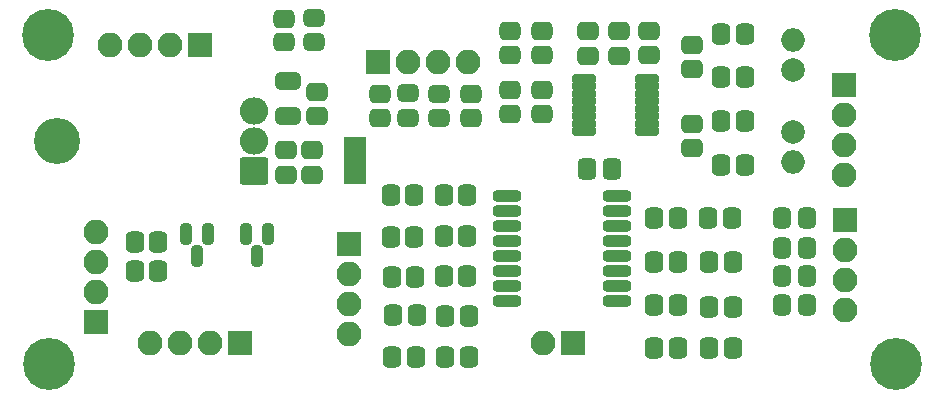
<source format=gts>
G04 #@! TF.GenerationSoftware,KiCad,Pcbnew,6.0.9+dfsg-1~bpo11+1*
G04 #@! TF.CreationDate,2022-12-29T09:56:33-05:00*
G04 #@! TF.ProjectId,io,696f2e6b-6963-4616-945f-706362585858,rev?*
G04 #@! TF.SameCoordinates,Original*
G04 #@! TF.FileFunction,Soldermask,Top*
G04 #@! TF.FilePolarity,Negative*
%FSLAX46Y46*%
G04 Gerber Fmt 4.6, Leading zero omitted, Abs format (unit mm)*
G04 Created by KiCad (PCBNEW 6.0.9+dfsg-1~bpo11+1) date 2022-12-29 09:56:33*
%MOMM*%
%LPD*%
G01*
G04 APERTURE LIST*
G04 Aperture macros list*
%AMRoundRect*
0 Rectangle with rounded corners*
0 $1 Rounding radius*
0 $2 $3 $4 $5 $6 $7 $8 $9 X,Y pos of 4 corners*
0 Add a 4 corners polygon primitive as box body*
4,1,4,$2,$3,$4,$5,$6,$7,$8,$9,$2,$3,0*
0 Add four circle primitives for the rounded corners*
1,1,$1+$1,$2,$3*
1,1,$1+$1,$4,$5*
1,1,$1+$1,$6,$7*
1,1,$1+$1,$8,$9*
0 Add four rect primitives between the rounded corners*
20,1,$1+$1,$2,$3,$4,$5,0*
20,1,$1+$1,$4,$5,$6,$7,0*
20,1,$1+$1,$6,$7,$8,$9,0*
20,1,$1+$1,$8,$9,$2,$3,0*%
G04 Aperture macros list end*
%ADD10RoundRect,0.450000X0.475000X-0.337500X0.475000X0.337500X-0.475000X0.337500X-0.475000X-0.337500X0*%
%ADD11RoundRect,0.450000X-0.337500X-0.475000X0.337500X-0.475000X0.337500X0.475000X-0.337500X0.475000X0*%
%ADD12RoundRect,0.450000X-0.650000X0.325000X-0.650000X-0.325000X0.650000X-0.325000X0.650000X0.325000X0*%
%ADD13RoundRect,0.450000X-0.475000X0.337500X-0.475000X-0.337500X0.475000X-0.337500X0.475000X0.337500X0*%
%ADD14RoundRect,0.450000X0.450000X-0.325000X0.450000X0.325000X-0.450000X0.325000X-0.450000X-0.325000X0*%
%ADD15RoundRect,0.200000X-0.850000X-0.850000X0.850000X-0.850000X0.850000X0.850000X-0.850000X0.850000X0*%
%ADD16O,2.100000X2.100000*%
%ADD17RoundRect,0.200000X0.850000X-0.850000X0.850000X0.850000X-0.850000X0.850000X-0.850000X-0.850000X0*%
%ADD18RoundRect,0.200000X-0.850000X0.850000X-0.850000X-0.850000X0.850000X-0.850000X0.850000X0.850000X0*%
%ADD19RoundRect,0.449999X0.450001X-0.350001X0.450001X0.350001X-0.450001X0.350001X-0.450001X-0.350001X0*%
%ADD20RoundRect,0.449999X0.350001X0.450001X-0.350001X0.450001X-0.350001X-0.450001X0.350001X-0.450001X0*%
%ADD21RoundRect,0.449999X-0.450001X0.350001X-0.450001X-0.350001X0.450001X-0.350001X0.450001X0.350001X0*%
%ADD22RoundRect,0.449999X-0.350001X-0.450001X0.350001X-0.450001X0.350001X0.450001X-0.350001X0.450001X0*%
%ADD23RoundRect,0.450000X0.350000X0.450000X-0.350000X0.450000X-0.350000X-0.450000X0.350000X-0.450000X0*%
%ADD24O,3.900000X3.900000*%
%ADD25RoundRect,0.200000X1.000000X-0.952500X1.000000X0.952500X-1.000000X0.952500X-1.000000X-0.952500X0*%
%ADD26O,2.400000X2.305000*%
%ADD27RoundRect,0.350000X-0.875000X-0.150000X0.875000X-0.150000X0.875000X0.150000X-0.875000X0.150000X0*%
%ADD28RoundRect,0.200000X-0.800000X-0.205000X0.800000X-0.205000X0.800000X0.205000X-0.800000X0.205000X0*%
%ADD29C,2.000000*%
%ADD30O,2.000000X2.000000*%
%ADD31C,4.400000*%
%ADD32RoundRect,0.200000X0.750000X-0.500000X0.750000X0.500000X-0.750000X0.500000X-0.750000X-0.500000X0*%
%ADD33RoundRect,0.200000X0.850000X0.850000X-0.850000X0.850000X-0.850000X-0.850000X0.850000X-0.850000X0*%
%ADD34RoundRect,0.350000X-0.150000X0.587500X-0.150000X-0.587500X0.150000X-0.587500X0.150000X0.587500X0*%
%ADD35RoundRect,0.450000X0.325000X0.450000X-0.325000X0.450000X-0.325000X-0.450000X0.325000X-0.450000X0*%
%ADD36RoundRect,0.450000X0.450000X-0.350000X0.450000X0.350000X-0.450000X0.350000X-0.450000X-0.350000X0*%
G04 APERTURE END LIST*
D10*
G04 #@! TO.C,C1*
X58010000Y-139920000D03*
X58010000Y-137845000D03*
G04 #@! TD*
G04 #@! TO.C,C2*
X55860000Y-139920000D03*
X55860000Y-137845000D03*
G04 #@! TD*
D11*
G04 #@! TO.C,C4*
X81372500Y-139490000D03*
X83447500Y-139490000D03*
G04 #@! TD*
D12*
G04 #@! TO.C,C5*
X56060000Y-132035000D03*
X56060000Y-134985000D03*
G04 #@! TD*
D10*
G04 #@! TO.C,C6*
X90200000Y-130992500D03*
X90200000Y-128917500D03*
G04 #@! TD*
D13*
G04 #@! TO.C,C7*
X90200000Y-135600000D03*
X90200000Y-137675000D03*
G04 #@! TD*
D10*
G04 #@! TO.C,C8*
X86575000Y-129837500D03*
X86575000Y-127762500D03*
G04 #@! TD*
G04 #@! TO.C,C9*
X84025000Y-129875000D03*
X84025000Y-127800000D03*
G04 #@! TD*
D14*
G04 #@! TO.C,D1*
X66200000Y-135100000D03*
X66200000Y-133050000D03*
G04 #@! TD*
D15*
G04 #@! TO.C,P1*
X61150000Y-145790000D03*
D16*
X61150000Y-148330000D03*
X61150000Y-150870000D03*
X61150000Y-153410000D03*
G04 #@! TD*
D17*
G04 #@! TO.C,P2*
X63660000Y-130400000D03*
D16*
X66200000Y-130400000D03*
X68740000Y-130400000D03*
X71280000Y-130400000D03*
G04 #@! TD*
D15*
G04 #@! TO.C,P5*
X103200000Y-143800000D03*
D16*
X103200000Y-146340000D03*
X103200000Y-148880000D03*
X103200000Y-151420000D03*
G04 #@! TD*
D15*
G04 #@! TO.C,P6*
X103100000Y-132300000D03*
D16*
X103100000Y-134840000D03*
X103100000Y-137380000D03*
X103100000Y-139920000D03*
G04 #@! TD*
D18*
G04 #@! TO.C,P7*
X48600000Y-128922500D03*
D16*
X46060000Y-128922500D03*
X43520000Y-128922500D03*
X40980000Y-128922500D03*
G04 #@! TD*
D19*
G04 #@! TO.C,R1*
X71500000Y-135100000D03*
X71500000Y-133100000D03*
G04 #@! TD*
G04 #@! TO.C,R2*
X63800000Y-135100000D03*
X63800000Y-133100000D03*
G04 #@! TD*
D20*
G04 #@! TO.C,R3*
X66710000Y-141690000D03*
X64710000Y-141690000D03*
G04 #@! TD*
G04 #@! TO.C,R4*
X66710000Y-145190000D03*
X64710000Y-145190000D03*
G04 #@! TD*
G04 #@! TO.C,R5*
X66810000Y-148590000D03*
X64810000Y-148590000D03*
G04 #@! TD*
D19*
G04 #@! TO.C,R6*
X74800000Y-134800000D03*
X74800000Y-132800000D03*
G04 #@! TD*
D20*
G04 #@! TO.C,R7*
X71210000Y-148490000D03*
X69210000Y-148490000D03*
G04 #@! TD*
D19*
G04 #@! TO.C,R8*
X74800000Y-129800000D03*
X74800000Y-127800000D03*
G04 #@! TD*
G04 #@! TO.C,R9*
X77500000Y-134800000D03*
X77500000Y-132800000D03*
G04 #@! TD*
D20*
G04 #@! TO.C,R10*
X45050000Y-145610000D03*
X43050000Y-145610000D03*
G04 #@! TD*
G04 #@! TO.C,R11*
X71210000Y-145090000D03*
X69210000Y-145090000D03*
G04 #@! TD*
D21*
G04 #@! TO.C,R12*
X77500000Y-127800000D03*
X77500000Y-129800000D03*
G04 #@! TD*
D20*
G04 #@! TO.C,R13*
X71210000Y-141690000D03*
X69210000Y-141690000D03*
G04 #@! TD*
G04 #@! TO.C,R15*
X71310000Y-151890000D03*
X69310000Y-151890000D03*
G04 #@! TD*
G04 #@! TO.C,R16*
X45050000Y-148090000D03*
X43050000Y-148090000D03*
G04 #@! TD*
G04 #@! TO.C,R17*
X66910000Y-151790000D03*
X64910000Y-151790000D03*
G04 #@! TD*
G04 #@! TO.C,R18*
X93600000Y-143600000D03*
X91600000Y-143600000D03*
G04 #@! TD*
D22*
G04 #@! TO.C,R19*
X69350000Y-155350000D03*
X71350000Y-155350000D03*
G04 #@! TD*
D20*
G04 #@! TO.C,R20*
X93700000Y-147300000D03*
X91700000Y-147300000D03*
G04 #@! TD*
G04 #@! TO.C,R21*
X93700000Y-151100000D03*
X91700000Y-151100000D03*
G04 #@! TD*
G04 #@! TO.C,R22*
X93700000Y-154600000D03*
X91700000Y-154600000D03*
G04 #@! TD*
G04 #@! TO.C,R23*
X94700000Y-131655000D03*
X92700000Y-131655000D03*
G04 #@! TD*
G04 #@! TO.C,R24*
X94700000Y-128055000D03*
X92700000Y-128055000D03*
G04 #@! TD*
D23*
G04 #@! TO.C,R25*
X94700000Y-135400000D03*
X92700000Y-135400000D03*
G04 #@! TD*
G04 #@! TO.C,R26*
X94700000Y-139100000D03*
X92700000Y-139100000D03*
G04 #@! TD*
D24*
G04 #@! TO.C,U1*
X36440000Y-137060000D03*
D25*
X53100000Y-139600000D03*
D26*
X53100000Y-137060000D03*
X53100000Y-134520000D03*
G04 #@! TD*
D27*
G04 #@! TO.C,U2*
X74560000Y-141745000D03*
X74560000Y-143015000D03*
X74560000Y-144285000D03*
X74560000Y-145555000D03*
X74560000Y-146825000D03*
X74560000Y-148095000D03*
X74560000Y-149365000D03*
X74560000Y-150635000D03*
X83860000Y-150635000D03*
X83860000Y-149365000D03*
X83860000Y-148095000D03*
X83860000Y-146825000D03*
X83860000Y-145555000D03*
X83860000Y-144285000D03*
X83860000Y-143015000D03*
X83860000Y-141745000D03*
G04 #@! TD*
D28*
G04 #@! TO.C,U3*
X81070700Y-131802500D03*
X81070700Y-132437500D03*
X81070700Y-133072500D03*
X81070700Y-133707500D03*
X81070700Y-134342500D03*
X81070700Y-134977500D03*
X81070700Y-135612500D03*
X81070700Y-136247500D03*
X86379300Y-136247500D03*
X86379300Y-135612500D03*
X86379300Y-134977500D03*
X86379300Y-134342500D03*
X86379300Y-133707500D03*
X86379300Y-133072500D03*
X86379300Y-132437500D03*
X86379300Y-131802500D03*
G04 #@! TD*
D14*
G04 #@! TO.C,D2*
X68800000Y-135125000D03*
X68800000Y-133075000D03*
G04 #@! TD*
D22*
G04 #@! TO.C,R14*
X64840000Y-155350000D03*
X66840000Y-155350000D03*
G04 #@! TD*
D13*
G04 #@! TO.C,C3*
X58510000Y-132895000D03*
X58510000Y-134970000D03*
G04 #@! TD*
D10*
G04 #@! TO.C,C10*
X81400000Y-129862500D03*
X81400000Y-127787500D03*
G04 #@! TD*
D29*
G04 #@! TO.C,R31*
X98800000Y-131100000D03*
D30*
X98800000Y-128560000D03*
G04 #@! TD*
D31*
G04 #@! TO.C,REF\u002A\u002A*
X35770000Y-155980000D03*
G04 #@! TD*
D32*
G04 #@! TO.C,JP1*
X61700000Y-140040000D03*
X61700000Y-138740000D03*
X61700000Y-137440000D03*
G04 #@! TD*
D33*
G04 #@! TO.C,P4*
X39780000Y-152420000D03*
D16*
X39780000Y-149880000D03*
X39780000Y-147340000D03*
X39780000Y-144800000D03*
G04 #@! TD*
D34*
G04 #@! TO.C,D4*
X49270000Y-144982500D03*
X47370000Y-144982500D03*
X48320000Y-146857500D03*
G04 #@! TD*
D14*
G04 #@! TO.C,D9*
X58250000Y-128730000D03*
X58250000Y-126680000D03*
G04 #@! TD*
D23*
G04 #@! TO.C,R29*
X89000000Y-151000000D03*
X87000000Y-151000000D03*
G04 #@! TD*
G04 #@! TO.C,R30*
X89000000Y-154600000D03*
X87000000Y-154600000D03*
G04 #@! TD*
D35*
G04 #@! TO.C,D8*
X99925000Y-151000000D03*
X97875000Y-151000000D03*
G04 #@! TD*
D18*
G04 #@! TO.C,J1*
X80180000Y-154190000D03*
D16*
X77640000Y-154190000D03*
G04 #@! TD*
D35*
G04 #@! TO.C,D7*
X99925000Y-148500000D03*
X97875000Y-148500000D03*
G04 #@! TD*
D31*
G04 #@! TO.C,REF\u002A\u002A*
X107440000Y-128100000D03*
G04 #@! TD*
D36*
G04 #@! TO.C,R33*
X55650000Y-128720000D03*
X55650000Y-126720000D03*
G04 #@! TD*
D34*
G04 #@! TO.C,D3*
X54340000Y-144962500D03*
X52440000Y-144962500D03*
X53390000Y-146837500D03*
G04 #@! TD*
D18*
G04 #@! TO.C,P3*
X51940000Y-154150000D03*
D16*
X49400000Y-154150000D03*
X46860000Y-154150000D03*
X44320000Y-154150000D03*
G04 #@! TD*
D23*
G04 #@! TO.C,R28*
X89000000Y-147300000D03*
X87000000Y-147300000D03*
G04 #@! TD*
D29*
G04 #@! TO.C,R32*
X98800000Y-136300000D03*
D30*
X98800000Y-138840000D03*
G04 #@! TD*
D35*
G04 #@! TO.C,D5*
X99925000Y-143600000D03*
X97875000Y-143600000D03*
G04 #@! TD*
D31*
G04 #@! TO.C,REF\u002A\u002A*
X35740000Y-128130000D03*
G04 #@! TD*
D35*
G04 #@! TO.C,D6*
X99925000Y-146100000D03*
X97875000Y-146100000D03*
G04 #@! TD*
D31*
G04 #@! TO.C,REF\u002A\u002A*
X107500000Y-156000000D03*
G04 #@! TD*
D23*
G04 #@! TO.C,R27*
X89000000Y-143600000D03*
X87000000Y-143600000D03*
G04 #@! TD*
M02*

</source>
